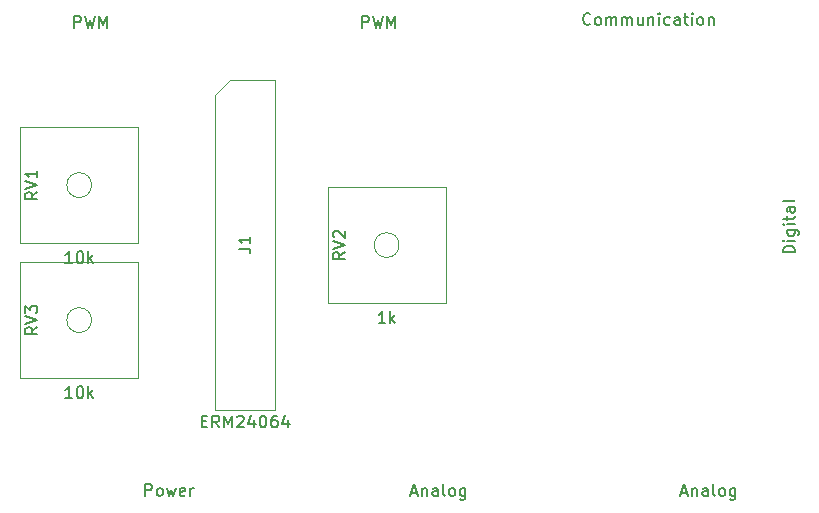
<source format=gbr>
%TF.GenerationSoftware,KiCad,Pcbnew,(5.1.10)-1*%
%TF.CreationDate,2021-08-01T12:21:13+02:00*%
%TF.ProjectId,t6963-mega-adapter,74363936-332d-46d6-9567-612d61646170,rev?*%
%TF.SameCoordinates,Original*%
%TF.FileFunction,Other,Fab,Top*%
%FSLAX46Y46*%
G04 Gerber Fmt 4.6, Leading zero omitted, Abs format (unit mm)*
G04 Created by KiCad (PCBNEW (5.1.10)-1) date 2021-08-01 12:21:13*
%MOMM*%
%LPD*%
G01*
G04 APERTURE LIST*
%ADD10C,0.100000*%
%ADD11C,0.150000*%
G04 APERTURE END LIST*
D10*
%TO.C,J1*%
X145415000Y-80010000D02*
X149225000Y-80010000D01*
X149225000Y-80010000D02*
X149225000Y-107950000D01*
X149225000Y-107950000D02*
X144145000Y-107950000D01*
X144145000Y-107950000D02*
X144145000Y-81280000D01*
X144145000Y-81280000D02*
X145415000Y-80010000D01*
%TO.C,RV1*%
X137635000Y-84040000D02*
X127635000Y-84040000D01*
X137635000Y-93840000D02*
X137635000Y-84040000D01*
X127635000Y-93840000D02*
X137635000Y-93840000D01*
X127635000Y-84040000D02*
X127635000Y-93840000D01*
X133685000Y-88940000D02*
G75*
G03*
X133685000Y-88940000I-1050000J0D01*
G01*
%TO.C,RV2*%
X159720000Y-94020000D02*
G75*
G03*
X159720000Y-94020000I-1050000J0D01*
G01*
X153670000Y-89120000D02*
X153670000Y-98920000D01*
X153670000Y-98920000D02*
X163670000Y-98920000D01*
X163670000Y-98920000D02*
X163670000Y-89120000D01*
X163670000Y-89120000D02*
X153670000Y-89120000D01*
%TO.C,RV3*%
X133685000Y-100370000D02*
G75*
G03*
X133685000Y-100370000I-1050000J0D01*
G01*
X127635000Y-95470000D02*
X127635000Y-105270000D01*
X127635000Y-105270000D02*
X137635000Y-105270000D01*
X137635000Y-105270000D02*
X137635000Y-95470000D01*
X137635000Y-95470000D02*
X127635000Y-95470000D01*
%TD*%
%TO.C,P1*%
D11*
X193238380Y-94646476D02*
X192238380Y-94646476D01*
X192238380Y-94408380D01*
X192286000Y-94265523D01*
X192381238Y-94170285D01*
X192476476Y-94122666D01*
X192666952Y-94075047D01*
X192809809Y-94075047D01*
X193000285Y-94122666D01*
X193095523Y-94170285D01*
X193190761Y-94265523D01*
X193238380Y-94408380D01*
X193238380Y-94646476D01*
X193238380Y-93646476D02*
X192571714Y-93646476D01*
X192238380Y-93646476D02*
X192286000Y-93694095D01*
X192333619Y-93646476D01*
X192286000Y-93598857D01*
X192238380Y-93646476D01*
X192333619Y-93646476D01*
X192571714Y-92741714D02*
X193381238Y-92741714D01*
X193476476Y-92789333D01*
X193524095Y-92836952D01*
X193571714Y-92932190D01*
X193571714Y-93075047D01*
X193524095Y-93170285D01*
X193190761Y-92741714D02*
X193238380Y-92836952D01*
X193238380Y-93027428D01*
X193190761Y-93122666D01*
X193143142Y-93170285D01*
X193047904Y-93217904D01*
X192762190Y-93217904D01*
X192666952Y-93170285D01*
X192619333Y-93122666D01*
X192571714Y-93027428D01*
X192571714Y-92836952D01*
X192619333Y-92741714D01*
X193238380Y-92265523D02*
X192571714Y-92265523D01*
X192238380Y-92265523D02*
X192286000Y-92313142D01*
X192333619Y-92265523D01*
X192286000Y-92217904D01*
X192238380Y-92265523D01*
X192333619Y-92265523D01*
X192571714Y-91932190D02*
X192571714Y-91551238D01*
X192238380Y-91789333D02*
X193095523Y-91789333D01*
X193190761Y-91741714D01*
X193238380Y-91646476D01*
X193238380Y-91551238D01*
X193238380Y-90789333D02*
X192714571Y-90789333D01*
X192619333Y-90836952D01*
X192571714Y-90932190D01*
X192571714Y-91122666D01*
X192619333Y-91217904D01*
X193190761Y-90789333D02*
X193238380Y-90884571D01*
X193238380Y-91122666D01*
X193190761Y-91217904D01*
X193095523Y-91265523D01*
X193000285Y-91265523D01*
X192905047Y-91217904D01*
X192857428Y-91122666D01*
X192857428Y-90884571D01*
X192809809Y-90789333D01*
X193238380Y-90170285D02*
X193190761Y-90265523D01*
X193095523Y-90313142D01*
X192238380Y-90313142D01*
%TO.C,P2*%
X138231809Y-115260380D02*
X138231809Y-114260380D01*
X138612761Y-114260380D01*
X138708000Y-114308000D01*
X138755619Y-114355619D01*
X138803238Y-114450857D01*
X138803238Y-114593714D01*
X138755619Y-114688952D01*
X138708000Y-114736571D01*
X138612761Y-114784190D01*
X138231809Y-114784190D01*
X139374666Y-115260380D02*
X139279428Y-115212761D01*
X139231809Y-115165142D01*
X139184190Y-115069904D01*
X139184190Y-114784190D01*
X139231809Y-114688952D01*
X139279428Y-114641333D01*
X139374666Y-114593714D01*
X139517523Y-114593714D01*
X139612761Y-114641333D01*
X139660380Y-114688952D01*
X139708000Y-114784190D01*
X139708000Y-115069904D01*
X139660380Y-115165142D01*
X139612761Y-115212761D01*
X139517523Y-115260380D01*
X139374666Y-115260380D01*
X140041333Y-114593714D02*
X140231809Y-115260380D01*
X140422285Y-114784190D01*
X140612761Y-115260380D01*
X140803238Y-114593714D01*
X141565142Y-115212761D02*
X141469904Y-115260380D01*
X141279428Y-115260380D01*
X141184190Y-115212761D01*
X141136571Y-115117523D01*
X141136571Y-114736571D01*
X141184190Y-114641333D01*
X141279428Y-114593714D01*
X141469904Y-114593714D01*
X141565142Y-114641333D01*
X141612761Y-114736571D01*
X141612761Y-114831809D01*
X141136571Y-114927047D01*
X142041333Y-115260380D02*
X142041333Y-114593714D01*
X142041333Y-114784190D02*
X142088952Y-114688952D01*
X142136571Y-114641333D01*
X142231809Y-114593714D01*
X142327047Y-114593714D01*
%TO.C,P3*%
X160758476Y-114974666D02*
X161234666Y-114974666D01*
X160663238Y-115260380D02*
X160996571Y-114260380D01*
X161329904Y-115260380D01*
X161663238Y-114593714D02*
X161663238Y-115260380D01*
X161663238Y-114688952D02*
X161710857Y-114641333D01*
X161806095Y-114593714D01*
X161948952Y-114593714D01*
X162044190Y-114641333D01*
X162091809Y-114736571D01*
X162091809Y-115260380D01*
X162996571Y-115260380D02*
X162996571Y-114736571D01*
X162948952Y-114641333D01*
X162853714Y-114593714D01*
X162663238Y-114593714D01*
X162568000Y-114641333D01*
X162996571Y-115212761D02*
X162901333Y-115260380D01*
X162663238Y-115260380D01*
X162568000Y-115212761D01*
X162520380Y-115117523D01*
X162520380Y-115022285D01*
X162568000Y-114927047D01*
X162663238Y-114879428D01*
X162901333Y-114879428D01*
X162996571Y-114831809D01*
X163615619Y-115260380D02*
X163520380Y-115212761D01*
X163472761Y-115117523D01*
X163472761Y-114260380D01*
X164139428Y-115260380D02*
X164044190Y-115212761D01*
X163996571Y-115165142D01*
X163948952Y-115069904D01*
X163948952Y-114784190D01*
X163996571Y-114688952D01*
X164044190Y-114641333D01*
X164139428Y-114593714D01*
X164282285Y-114593714D01*
X164377523Y-114641333D01*
X164425142Y-114688952D01*
X164472761Y-114784190D01*
X164472761Y-115069904D01*
X164425142Y-115165142D01*
X164377523Y-115212761D01*
X164282285Y-115260380D01*
X164139428Y-115260380D01*
X165329904Y-114593714D02*
X165329904Y-115403238D01*
X165282285Y-115498476D01*
X165234666Y-115546095D01*
X165139428Y-115593714D01*
X164996571Y-115593714D01*
X164901333Y-115546095D01*
X165329904Y-115212761D02*
X165234666Y-115260380D01*
X165044190Y-115260380D01*
X164948952Y-115212761D01*
X164901333Y-115165142D01*
X164853714Y-115069904D01*
X164853714Y-114784190D01*
X164901333Y-114688952D01*
X164948952Y-114641333D01*
X165044190Y-114593714D01*
X165234666Y-114593714D01*
X165329904Y-114641333D01*
%TO.C,P4*%
X183618476Y-114974666D02*
X184094666Y-114974666D01*
X183523238Y-115260380D02*
X183856571Y-114260380D01*
X184189904Y-115260380D01*
X184523238Y-114593714D02*
X184523238Y-115260380D01*
X184523238Y-114688952D02*
X184570857Y-114641333D01*
X184666095Y-114593714D01*
X184808952Y-114593714D01*
X184904190Y-114641333D01*
X184951809Y-114736571D01*
X184951809Y-115260380D01*
X185856571Y-115260380D02*
X185856571Y-114736571D01*
X185808952Y-114641333D01*
X185713714Y-114593714D01*
X185523238Y-114593714D01*
X185428000Y-114641333D01*
X185856571Y-115212761D02*
X185761333Y-115260380D01*
X185523238Y-115260380D01*
X185428000Y-115212761D01*
X185380380Y-115117523D01*
X185380380Y-115022285D01*
X185428000Y-114927047D01*
X185523238Y-114879428D01*
X185761333Y-114879428D01*
X185856571Y-114831809D01*
X186475619Y-115260380D02*
X186380380Y-115212761D01*
X186332761Y-115117523D01*
X186332761Y-114260380D01*
X186999428Y-115260380D02*
X186904190Y-115212761D01*
X186856571Y-115165142D01*
X186808952Y-115069904D01*
X186808952Y-114784190D01*
X186856571Y-114688952D01*
X186904190Y-114641333D01*
X186999428Y-114593714D01*
X187142285Y-114593714D01*
X187237523Y-114641333D01*
X187285142Y-114688952D01*
X187332761Y-114784190D01*
X187332761Y-115069904D01*
X187285142Y-115165142D01*
X187237523Y-115212761D01*
X187142285Y-115260380D01*
X186999428Y-115260380D01*
X188189904Y-114593714D02*
X188189904Y-115403238D01*
X188142285Y-115498476D01*
X188094666Y-115546095D01*
X187999428Y-115593714D01*
X187856571Y-115593714D01*
X187761333Y-115546095D01*
X188189904Y-115212761D02*
X188094666Y-115260380D01*
X187904190Y-115260380D01*
X187808952Y-115212761D01*
X187761333Y-115165142D01*
X187713714Y-115069904D01*
X187713714Y-114784190D01*
X187761333Y-114688952D01*
X187808952Y-114641333D01*
X187904190Y-114593714D01*
X188094666Y-114593714D01*
X188189904Y-114641333D01*
%TO.C,P5*%
X132199238Y-75636380D02*
X132199238Y-74636380D01*
X132580190Y-74636380D01*
X132675428Y-74684000D01*
X132723047Y-74731619D01*
X132770666Y-74826857D01*
X132770666Y-74969714D01*
X132723047Y-75064952D01*
X132675428Y-75112571D01*
X132580190Y-75160190D01*
X132199238Y-75160190D01*
X133104000Y-74636380D02*
X133342095Y-75636380D01*
X133532571Y-74922095D01*
X133723047Y-75636380D01*
X133961142Y-74636380D01*
X134342095Y-75636380D02*
X134342095Y-74636380D01*
X134675428Y-75350666D01*
X135008761Y-74636380D01*
X135008761Y-75636380D01*
%TO.C,P6*%
X156583238Y-75636380D02*
X156583238Y-74636380D01*
X156964190Y-74636380D01*
X157059428Y-74684000D01*
X157107047Y-74731619D01*
X157154666Y-74826857D01*
X157154666Y-74969714D01*
X157107047Y-75064952D01*
X157059428Y-75112571D01*
X156964190Y-75160190D01*
X156583238Y-75160190D01*
X157488000Y-74636380D02*
X157726095Y-75636380D01*
X157916571Y-74922095D01*
X158107047Y-75636380D01*
X158345142Y-74636380D01*
X158726095Y-75636380D02*
X158726095Y-74636380D01*
X159059428Y-75350666D01*
X159392761Y-74636380D01*
X159392761Y-75636380D01*
%TO.C,P7*%
X175919428Y-75287142D02*
X175871809Y-75334761D01*
X175728952Y-75382380D01*
X175633714Y-75382380D01*
X175490857Y-75334761D01*
X175395619Y-75239523D01*
X175348000Y-75144285D01*
X175300380Y-74953809D01*
X175300380Y-74810952D01*
X175348000Y-74620476D01*
X175395619Y-74525238D01*
X175490857Y-74430000D01*
X175633714Y-74382380D01*
X175728952Y-74382380D01*
X175871809Y-74430000D01*
X175919428Y-74477619D01*
X176490857Y-75382380D02*
X176395619Y-75334761D01*
X176348000Y-75287142D01*
X176300380Y-75191904D01*
X176300380Y-74906190D01*
X176348000Y-74810952D01*
X176395619Y-74763333D01*
X176490857Y-74715714D01*
X176633714Y-74715714D01*
X176728952Y-74763333D01*
X176776571Y-74810952D01*
X176824190Y-74906190D01*
X176824190Y-75191904D01*
X176776571Y-75287142D01*
X176728952Y-75334761D01*
X176633714Y-75382380D01*
X176490857Y-75382380D01*
X177252761Y-75382380D02*
X177252761Y-74715714D01*
X177252761Y-74810952D02*
X177300380Y-74763333D01*
X177395619Y-74715714D01*
X177538476Y-74715714D01*
X177633714Y-74763333D01*
X177681333Y-74858571D01*
X177681333Y-75382380D01*
X177681333Y-74858571D02*
X177728952Y-74763333D01*
X177824190Y-74715714D01*
X177967047Y-74715714D01*
X178062285Y-74763333D01*
X178109904Y-74858571D01*
X178109904Y-75382380D01*
X178586095Y-75382380D02*
X178586095Y-74715714D01*
X178586095Y-74810952D02*
X178633714Y-74763333D01*
X178728952Y-74715714D01*
X178871809Y-74715714D01*
X178967047Y-74763333D01*
X179014666Y-74858571D01*
X179014666Y-75382380D01*
X179014666Y-74858571D02*
X179062285Y-74763333D01*
X179157523Y-74715714D01*
X179300380Y-74715714D01*
X179395619Y-74763333D01*
X179443238Y-74858571D01*
X179443238Y-75382380D01*
X180348000Y-74715714D02*
X180348000Y-75382380D01*
X179919428Y-74715714D02*
X179919428Y-75239523D01*
X179967047Y-75334761D01*
X180062285Y-75382380D01*
X180205142Y-75382380D01*
X180300380Y-75334761D01*
X180348000Y-75287142D01*
X180824190Y-74715714D02*
X180824190Y-75382380D01*
X180824190Y-74810952D02*
X180871809Y-74763333D01*
X180967047Y-74715714D01*
X181109904Y-74715714D01*
X181205142Y-74763333D01*
X181252761Y-74858571D01*
X181252761Y-75382380D01*
X181728952Y-75382380D02*
X181728952Y-74715714D01*
X181728952Y-74382380D02*
X181681333Y-74430000D01*
X181728952Y-74477619D01*
X181776571Y-74430000D01*
X181728952Y-74382380D01*
X181728952Y-74477619D01*
X182633714Y-75334761D02*
X182538476Y-75382380D01*
X182348000Y-75382380D01*
X182252761Y-75334761D01*
X182205142Y-75287142D01*
X182157523Y-75191904D01*
X182157523Y-74906190D01*
X182205142Y-74810952D01*
X182252761Y-74763333D01*
X182348000Y-74715714D01*
X182538476Y-74715714D01*
X182633714Y-74763333D01*
X183490857Y-75382380D02*
X183490857Y-74858571D01*
X183443238Y-74763333D01*
X183348000Y-74715714D01*
X183157523Y-74715714D01*
X183062285Y-74763333D01*
X183490857Y-75334761D02*
X183395619Y-75382380D01*
X183157523Y-75382380D01*
X183062285Y-75334761D01*
X183014666Y-75239523D01*
X183014666Y-75144285D01*
X183062285Y-75049047D01*
X183157523Y-75001428D01*
X183395619Y-75001428D01*
X183490857Y-74953809D01*
X183824190Y-74715714D02*
X184205142Y-74715714D01*
X183967047Y-74382380D02*
X183967047Y-75239523D01*
X184014666Y-75334761D01*
X184109904Y-75382380D01*
X184205142Y-75382380D01*
X184538476Y-75382380D02*
X184538476Y-74715714D01*
X184538476Y-74382380D02*
X184490857Y-74430000D01*
X184538476Y-74477619D01*
X184586095Y-74430000D01*
X184538476Y-74382380D01*
X184538476Y-74477619D01*
X185157523Y-75382380D02*
X185062285Y-75334761D01*
X185014666Y-75287142D01*
X184967047Y-75191904D01*
X184967047Y-74906190D01*
X185014666Y-74810952D01*
X185062285Y-74763333D01*
X185157523Y-74715714D01*
X185300380Y-74715714D01*
X185395619Y-74763333D01*
X185443238Y-74810952D01*
X185490857Y-74906190D01*
X185490857Y-75191904D01*
X185443238Y-75287142D01*
X185395619Y-75334761D01*
X185300380Y-75382380D01*
X185157523Y-75382380D01*
X185919428Y-74715714D02*
X185919428Y-75382380D01*
X185919428Y-74810952D02*
X185967047Y-74763333D01*
X186062285Y-74715714D01*
X186205142Y-74715714D01*
X186300380Y-74763333D01*
X186348000Y-74858571D01*
X186348000Y-75382380D01*
%TO.C,J1*%
X143018333Y-108938571D02*
X143351666Y-108938571D01*
X143494523Y-109462380D02*
X143018333Y-109462380D01*
X143018333Y-108462380D01*
X143494523Y-108462380D01*
X144494523Y-109462380D02*
X144161190Y-108986190D01*
X143923095Y-109462380D02*
X143923095Y-108462380D01*
X144304047Y-108462380D01*
X144399285Y-108510000D01*
X144446904Y-108557619D01*
X144494523Y-108652857D01*
X144494523Y-108795714D01*
X144446904Y-108890952D01*
X144399285Y-108938571D01*
X144304047Y-108986190D01*
X143923095Y-108986190D01*
X144923095Y-109462380D02*
X144923095Y-108462380D01*
X145256428Y-109176666D01*
X145589761Y-108462380D01*
X145589761Y-109462380D01*
X146018333Y-108557619D02*
X146065952Y-108510000D01*
X146161190Y-108462380D01*
X146399285Y-108462380D01*
X146494523Y-108510000D01*
X146542142Y-108557619D01*
X146589761Y-108652857D01*
X146589761Y-108748095D01*
X146542142Y-108890952D01*
X145970714Y-109462380D01*
X146589761Y-109462380D01*
X147446904Y-108795714D02*
X147446904Y-109462380D01*
X147208809Y-108414761D02*
X146970714Y-109129047D01*
X147589761Y-109129047D01*
X148161190Y-108462380D02*
X148256428Y-108462380D01*
X148351666Y-108510000D01*
X148399285Y-108557619D01*
X148446904Y-108652857D01*
X148494523Y-108843333D01*
X148494523Y-109081428D01*
X148446904Y-109271904D01*
X148399285Y-109367142D01*
X148351666Y-109414761D01*
X148256428Y-109462380D01*
X148161190Y-109462380D01*
X148065952Y-109414761D01*
X148018333Y-109367142D01*
X147970714Y-109271904D01*
X147923095Y-109081428D01*
X147923095Y-108843333D01*
X147970714Y-108652857D01*
X148018333Y-108557619D01*
X148065952Y-108510000D01*
X148161190Y-108462380D01*
X149351666Y-108462380D02*
X149161190Y-108462380D01*
X149065952Y-108510000D01*
X149018333Y-108557619D01*
X148923095Y-108700476D01*
X148875476Y-108890952D01*
X148875476Y-109271904D01*
X148923095Y-109367142D01*
X148970714Y-109414761D01*
X149065952Y-109462380D01*
X149256428Y-109462380D01*
X149351666Y-109414761D01*
X149399285Y-109367142D01*
X149446904Y-109271904D01*
X149446904Y-109033809D01*
X149399285Y-108938571D01*
X149351666Y-108890952D01*
X149256428Y-108843333D01*
X149065952Y-108843333D01*
X148970714Y-108890952D01*
X148923095Y-108938571D01*
X148875476Y-109033809D01*
X150304047Y-108795714D02*
X150304047Y-109462380D01*
X150065952Y-108414761D02*
X149827857Y-109129047D01*
X150446904Y-109129047D01*
X146137380Y-94313333D02*
X146851666Y-94313333D01*
X146994523Y-94360952D01*
X147089761Y-94456190D01*
X147137380Y-94599047D01*
X147137380Y-94694285D01*
X147137380Y-93313333D02*
X147137380Y-93884761D01*
X147137380Y-93599047D02*
X146137380Y-93599047D01*
X146280238Y-93694285D01*
X146375476Y-93789523D01*
X146423095Y-93884761D01*
%TO.C,RV1*%
X132039761Y-95542380D02*
X131468333Y-95542380D01*
X131754047Y-95542380D02*
X131754047Y-94542380D01*
X131658809Y-94685238D01*
X131563571Y-94780476D01*
X131468333Y-94828095D01*
X132658809Y-94542380D02*
X132754047Y-94542380D01*
X132849285Y-94590000D01*
X132896904Y-94637619D01*
X132944523Y-94732857D01*
X132992142Y-94923333D01*
X132992142Y-95161428D01*
X132944523Y-95351904D01*
X132896904Y-95447142D01*
X132849285Y-95494761D01*
X132754047Y-95542380D01*
X132658809Y-95542380D01*
X132563571Y-95494761D01*
X132515952Y-95447142D01*
X132468333Y-95351904D01*
X132420714Y-95161428D01*
X132420714Y-94923333D01*
X132468333Y-94732857D01*
X132515952Y-94637619D01*
X132563571Y-94590000D01*
X132658809Y-94542380D01*
X133420714Y-95542380D02*
X133420714Y-94542380D01*
X133515952Y-95161428D02*
X133801666Y-95542380D01*
X133801666Y-94875714D02*
X133420714Y-95256666D01*
X129087380Y-89535238D02*
X128611190Y-89868571D01*
X129087380Y-90106666D02*
X128087380Y-90106666D01*
X128087380Y-89725714D01*
X128135000Y-89630476D01*
X128182619Y-89582857D01*
X128277857Y-89535238D01*
X128420714Y-89535238D01*
X128515952Y-89582857D01*
X128563571Y-89630476D01*
X128611190Y-89725714D01*
X128611190Y-90106666D01*
X128087380Y-89249523D02*
X129087380Y-88916190D01*
X128087380Y-88582857D01*
X129087380Y-87725714D02*
X129087380Y-88297142D01*
X129087380Y-88011428D02*
X128087380Y-88011428D01*
X128230238Y-88106666D01*
X128325476Y-88201904D01*
X128373095Y-88297142D01*
%TO.C,RV2*%
X158550952Y-100622380D02*
X157979523Y-100622380D01*
X158265238Y-100622380D02*
X158265238Y-99622380D01*
X158170000Y-99765238D01*
X158074761Y-99860476D01*
X157979523Y-99908095D01*
X158979523Y-100622380D02*
X158979523Y-99622380D01*
X159074761Y-100241428D02*
X159360476Y-100622380D01*
X159360476Y-99955714D02*
X158979523Y-100336666D01*
X155122380Y-94615238D02*
X154646190Y-94948571D01*
X155122380Y-95186666D02*
X154122380Y-95186666D01*
X154122380Y-94805714D01*
X154170000Y-94710476D01*
X154217619Y-94662857D01*
X154312857Y-94615238D01*
X154455714Y-94615238D01*
X154550952Y-94662857D01*
X154598571Y-94710476D01*
X154646190Y-94805714D01*
X154646190Y-95186666D01*
X154122380Y-94329523D02*
X155122380Y-93996190D01*
X154122380Y-93662857D01*
X154217619Y-93377142D02*
X154170000Y-93329523D01*
X154122380Y-93234285D01*
X154122380Y-92996190D01*
X154170000Y-92900952D01*
X154217619Y-92853333D01*
X154312857Y-92805714D01*
X154408095Y-92805714D01*
X154550952Y-92853333D01*
X155122380Y-93424761D01*
X155122380Y-92805714D01*
%TO.C,RV3*%
X132039761Y-106972380D02*
X131468333Y-106972380D01*
X131754047Y-106972380D02*
X131754047Y-105972380D01*
X131658809Y-106115238D01*
X131563571Y-106210476D01*
X131468333Y-106258095D01*
X132658809Y-105972380D02*
X132754047Y-105972380D01*
X132849285Y-106020000D01*
X132896904Y-106067619D01*
X132944523Y-106162857D01*
X132992142Y-106353333D01*
X132992142Y-106591428D01*
X132944523Y-106781904D01*
X132896904Y-106877142D01*
X132849285Y-106924761D01*
X132754047Y-106972380D01*
X132658809Y-106972380D01*
X132563571Y-106924761D01*
X132515952Y-106877142D01*
X132468333Y-106781904D01*
X132420714Y-106591428D01*
X132420714Y-106353333D01*
X132468333Y-106162857D01*
X132515952Y-106067619D01*
X132563571Y-106020000D01*
X132658809Y-105972380D01*
X133420714Y-106972380D02*
X133420714Y-105972380D01*
X133515952Y-106591428D02*
X133801666Y-106972380D01*
X133801666Y-106305714D02*
X133420714Y-106686666D01*
X129087380Y-100965238D02*
X128611190Y-101298571D01*
X129087380Y-101536666D02*
X128087380Y-101536666D01*
X128087380Y-101155714D01*
X128135000Y-101060476D01*
X128182619Y-101012857D01*
X128277857Y-100965238D01*
X128420714Y-100965238D01*
X128515952Y-101012857D01*
X128563571Y-101060476D01*
X128611190Y-101155714D01*
X128611190Y-101536666D01*
X128087380Y-100679523D02*
X129087380Y-100346190D01*
X128087380Y-100012857D01*
X128087380Y-99774761D02*
X128087380Y-99155714D01*
X128468333Y-99489047D01*
X128468333Y-99346190D01*
X128515952Y-99250952D01*
X128563571Y-99203333D01*
X128658809Y-99155714D01*
X128896904Y-99155714D01*
X128992142Y-99203333D01*
X129039761Y-99250952D01*
X129087380Y-99346190D01*
X129087380Y-99631904D01*
X129039761Y-99727142D01*
X128992142Y-99774761D01*
%TD*%
M02*

</source>
